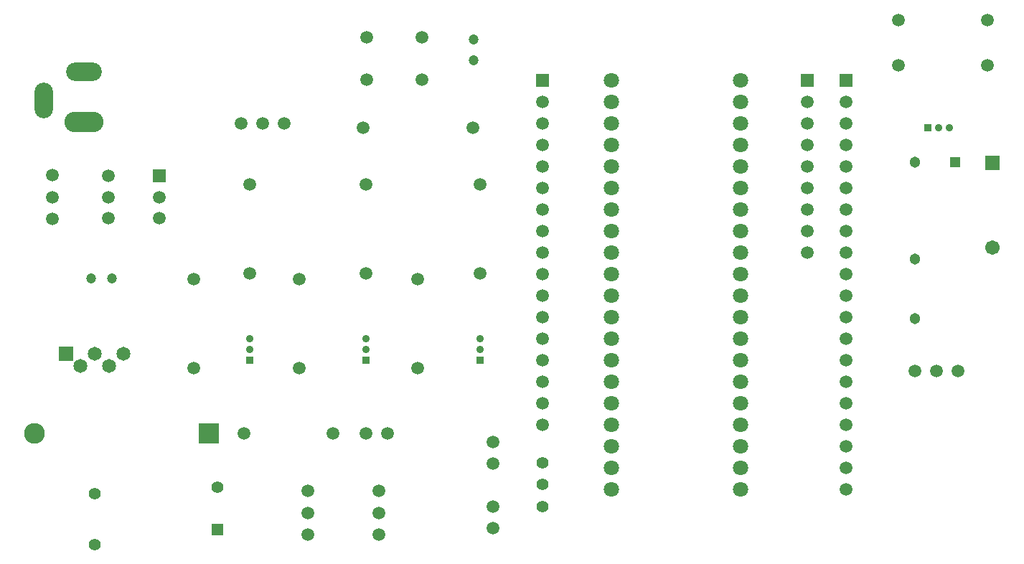
<source format=gbs>
G04*
G04 #@! TF.GenerationSoftware,Altium Limited,Altium Designer,18.1.6 (161)*
G04*
G04 Layer_Color=16711935*
%FSLAX25Y25*%
%MOIN*%
G70*
G01*
G75*
%ADD17C,0.05918*%
%ADD18R,0.05918X0.05918*%
%ADD19C,0.03556*%
%ADD20R,0.03556X0.03556*%
%ADD21C,0.06706*%
%ADD22R,0.06706X0.06706*%
%ADD23C,0.05131*%
%ADD24R,0.05131X0.05131*%
%ADD25C,0.06509*%
%ADD26R,0.06509X0.06509*%
%ADD27C,0.05524*%
%ADD28R,0.05524X0.05524*%
%ADD29R,0.09658X0.09658*%
%ADD30C,0.09658*%
%ADD31C,0.04737*%
%ADD32O,0.18123X0.09461*%
%ADD33O,0.08674X0.16548*%
%ADD34O,0.16548X0.08674*%
%ADD35R,0.03556X0.03556*%
%ADD36C,0.07099*%
D17*
X166000Y179669D02*
D03*
Y138331D02*
D03*
X389000Y217967D02*
D03*
Y207848D02*
D03*
Y197848D02*
D03*
Y187848D02*
D03*
Y177848D02*
D03*
Y167848D02*
D03*
Y157848D02*
D03*
Y147848D02*
D03*
Y137848D02*
D03*
Y127848D02*
D03*
Y117848D02*
D03*
Y107848D02*
D03*
Y97848D02*
D03*
Y87848D02*
D03*
Y77848D02*
D03*
Y67848D02*
D03*
Y57848D02*
D03*
Y47848D02*
D03*
Y37848D02*
D03*
X219000Y179669D02*
D03*
Y138331D02*
D03*
X150669Y64000D02*
D03*
X109331D02*
D03*
X454689Y235000D02*
D03*
X413350D02*
D03*
Y256000D02*
D03*
X454689D02*
D03*
X46189Y163764D02*
D03*
Y173606D02*
D03*
Y183449D02*
D03*
X69811Y163764D02*
D03*
Y173606D02*
D03*
X431000Y93000D02*
D03*
X441000D02*
D03*
X420882D02*
D03*
X172000Y27000D02*
D03*
Y17000D02*
D03*
Y37118D02*
D03*
X139000Y27000D02*
D03*
Y17000D02*
D03*
Y37118D02*
D03*
X20307Y173606D02*
D03*
Y163606D02*
D03*
Y183724D02*
D03*
X112000Y179669D02*
D03*
Y138331D02*
D03*
X86000Y135669D02*
D03*
Y94331D02*
D03*
X135000Y135669D02*
D03*
Y94331D02*
D03*
X190000Y135669D02*
D03*
Y94331D02*
D03*
X117882Y207787D02*
D03*
X107882D02*
D03*
X128000D02*
D03*
X248000Y67882D02*
D03*
Y77882D02*
D03*
Y87882D02*
D03*
Y97882D02*
D03*
Y107882D02*
D03*
Y117882D02*
D03*
Y127882D02*
D03*
Y137882D02*
D03*
Y147882D02*
D03*
Y157882D02*
D03*
Y167882D02*
D03*
Y177882D02*
D03*
Y187882D02*
D03*
Y197882D02*
D03*
Y207882D02*
D03*
Y218000D02*
D03*
X371000Y148000D02*
D03*
Y158000D02*
D03*
Y168000D02*
D03*
Y178000D02*
D03*
Y188000D02*
D03*
Y198000D02*
D03*
Y208000D02*
D03*
Y218000D02*
D03*
X225000Y50000D02*
D03*
Y60000D02*
D03*
Y20000D02*
D03*
Y30000D02*
D03*
X166000Y64000D02*
D03*
X176000D02*
D03*
X166205Y247843D02*
D03*
X191795D02*
D03*
X166205Y228157D02*
D03*
X191795D02*
D03*
X215591Y206000D02*
D03*
X164409D02*
D03*
D18*
X389000Y227966D02*
D03*
X69811Y183449D02*
D03*
X248000Y228000D02*
D03*
X371000D02*
D03*
D19*
X432000Y206000D02*
D03*
X437020D02*
D03*
X112000Y102980D02*
D03*
Y108000D02*
D03*
X166000Y102980D02*
D03*
Y108000D02*
D03*
X219000Y102980D02*
D03*
Y108000D02*
D03*
D20*
X426980Y206000D02*
D03*
D21*
X457000Y150315D02*
D03*
D22*
Y189685D02*
D03*
D23*
X421000Y190000D02*
D03*
Y144724D02*
D03*
Y117165D02*
D03*
D24*
X439504Y190000D02*
D03*
D25*
X53291Y100980D02*
D03*
X46598Y95075D02*
D03*
X39906Y100980D02*
D03*
X33213Y95075D02*
D03*
D26*
X26520Y100980D02*
D03*
D27*
X97000Y38842D02*
D03*
X39921Y12189D02*
D03*
Y35811D02*
D03*
X248000Y30000D02*
D03*
Y50118D02*
D03*
Y40118D02*
D03*
D28*
X97000Y19158D02*
D03*
D29*
X92732Y64000D02*
D03*
D30*
X12024D02*
D03*
D31*
X38079Y136000D02*
D03*
X47921D02*
D03*
X216000Y237122D02*
D03*
Y246965D02*
D03*
D32*
X35000Y208378D02*
D03*
D33*
X16102Y218614D02*
D03*
D34*
X35000Y232000D02*
D03*
D35*
X112000Y97961D02*
D03*
X166000D02*
D03*
X219000D02*
D03*
D36*
X280000Y228000D02*
D03*
Y218000D02*
D03*
Y208000D02*
D03*
Y198000D02*
D03*
Y188000D02*
D03*
Y178000D02*
D03*
Y168000D02*
D03*
Y158000D02*
D03*
Y148000D02*
D03*
Y138000D02*
D03*
Y128000D02*
D03*
Y118000D02*
D03*
Y108000D02*
D03*
Y98000D02*
D03*
Y88000D02*
D03*
Y78000D02*
D03*
Y68000D02*
D03*
Y58000D02*
D03*
Y48000D02*
D03*
Y38000D02*
D03*
X340000D02*
D03*
Y48000D02*
D03*
Y58000D02*
D03*
Y68000D02*
D03*
Y78000D02*
D03*
Y88000D02*
D03*
Y98000D02*
D03*
Y108000D02*
D03*
Y118000D02*
D03*
Y128000D02*
D03*
Y138000D02*
D03*
Y148000D02*
D03*
Y158000D02*
D03*
Y168000D02*
D03*
Y178000D02*
D03*
Y188000D02*
D03*
Y198000D02*
D03*
Y208000D02*
D03*
Y218000D02*
D03*
Y228000D02*
D03*
M02*

</source>
